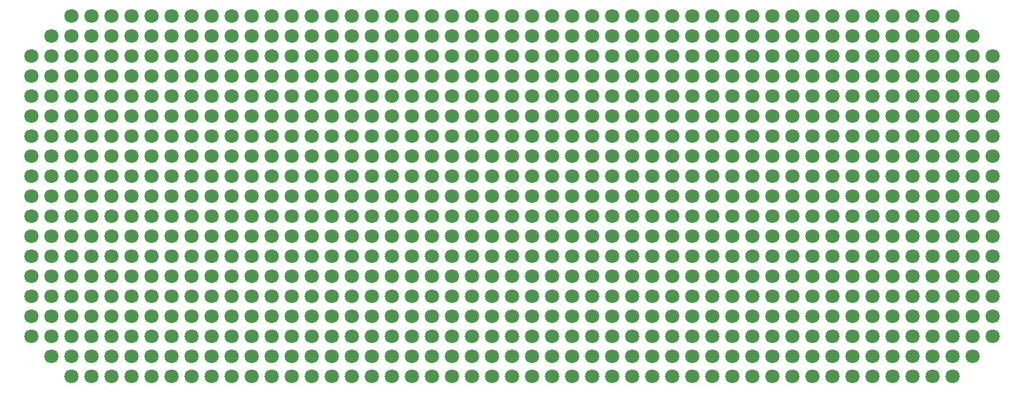
<source format=gbr>
G04 #@! TF.GenerationSoftware,KiCad,Pcbnew,(5.1.5)-3*
G04 #@! TF.CreationDate,2022-12-24T19:01:33+01:00*
G04 #@! TF.ProjectId,SNES controller protoboard,534e4553-2063-46f6-9e74-726f6c6c6572,rev?*
G04 #@! TF.SameCoordinates,Original*
G04 #@! TF.FileFunction,Copper,L1,Top*
G04 #@! TF.FilePolarity,Positive*
%FSLAX46Y46*%
G04 Gerber Fmt 4.6, Leading zero omitted, Abs format (unit mm)*
G04 Created by KiCad (PCBNEW (5.1.5)-3) date 2022-12-24 19:01:33*
%MOMM*%
%LPD*%
G04 APERTURE LIST*
%ADD10C,1.800000*%
G04 APERTURE END LIST*
D10*
X10160000Y-25400000D03*
X10160000Y-22860000D03*
X45720000Y-27940000D03*
X93980000Y-30480000D03*
X93980000Y-10160000D03*
X111760000Y-20320000D03*
X76200000Y-20320000D03*
X60960000Y-27940000D03*
X43180000Y-27940000D03*
X20320000Y-27940000D03*
X20320000Y-12700000D03*
X20320000Y-30480000D03*
X22860000Y-30480000D03*
X20320000Y-33020000D03*
X22860000Y-33020000D03*
X116840000Y-45720000D03*
X114300000Y-45720000D03*
X111760000Y-45720000D03*
X109220000Y-45720000D03*
X106680000Y-45720000D03*
X104140000Y-45720000D03*
X101600000Y-45720000D03*
X99060000Y-45720000D03*
X96520000Y-45720000D03*
X93980000Y-45720000D03*
X91440000Y-45720000D03*
X88900000Y-45720000D03*
X86360000Y-45720000D03*
X83820000Y-45720000D03*
X81280000Y-45720000D03*
X78740000Y-45720000D03*
X76200000Y-45720000D03*
X73660000Y-45720000D03*
X71120000Y-45720000D03*
X68580000Y-45720000D03*
X66040000Y-45720000D03*
X63500000Y-45720000D03*
X60960000Y-45720000D03*
X58420000Y-45720000D03*
X55880000Y-45720000D03*
X53340000Y-45720000D03*
X50800000Y-45720000D03*
X48260000Y-45720000D03*
X45720000Y-45720000D03*
X43180000Y-45720000D03*
X40640000Y-45720000D03*
X38100000Y-45720000D03*
X35560000Y-45720000D03*
X33020000Y-45720000D03*
X30480000Y-45720000D03*
X27940000Y-45720000D03*
X25400000Y-45720000D03*
X22860000Y-45720000D03*
X20320000Y-45720000D03*
X17780000Y-45720000D03*
X15240000Y-45720000D03*
X12700000Y-45720000D03*
X10160000Y-45720000D03*
X7620000Y-45720000D03*
X5080000Y-45720000D03*
X119380000Y-43180000D03*
X116840000Y-43180000D03*
X114300000Y-43180000D03*
X111760000Y-43180000D03*
X109220000Y-43180000D03*
X106680000Y-43180000D03*
X104140000Y-43180000D03*
X101600000Y-43180000D03*
X99060000Y-43180000D03*
X96520000Y-43180000D03*
X93980000Y-43180000D03*
X91440000Y-43180000D03*
X88900000Y-43180000D03*
X86360000Y-43180000D03*
X83820000Y-43180000D03*
X81280000Y-43180000D03*
X78740000Y-43180000D03*
X76200000Y-43180000D03*
X73660000Y-43180000D03*
X71120000Y-43180000D03*
X68580000Y-43180000D03*
X66040000Y-43180000D03*
X63500000Y-43180000D03*
X60960000Y-43180000D03*
X58420000Y-43180000D03*
X55880000Y-43180000D03*
X53340000Y-43180000D03*
X50800000Y-43180000D03*
X48260000Y-43180000D03*
X45720000Y-43180000D03*
X43180000Y-43180000D03*
X40640000Y-43180000D03*
X38100000Y-43180000D03*
X35560000Y-43180000D03*
X33020000Y-43180000D03*
X30480000Y-43180000D03*
X27940000Y-43180000D03*
X25400000Y-43180000D03*
X22860000Y-43180000D03*
X20320000Y-43180000D03*
X17780000Y-43180000D03*
X15240000Y-43180000D03*
X12700000Y-43180000D03*
X10160000Y-43180000D03*
X7620000Y-43180000D03*
X5080000Y-43180000D03*
X2540000Y-43180000D03*
X121920000Y-40640000D03*
X119380000Y-40640000D03*
X116840000Y-40640000D03*
X114300000Y-40640000D03*
X111760000Y-40640000D03*
X109220000Y-40640000D03*
X106680000Y-40640000D03*
X104140000Y-40640000D03*
X101600000Y-40640000D03*
X99060000Y-40640000D03*
X96520000Y-40640000D03*
X93980000Y-40640000D03*
X91440000Y-40640000D03*
X88900000Y-40640000D03*
X86360000Y-40640000D03*
X83820000Y-40640000D03*
X81280000Y-40640000D03*
X78740000Y-40640000D03*
X76200000Y-40640000D03*
X73660000Y-40640000D03*
X71120000Y-40640000D03*
X68580000Y-40640000D03*
X66040000Y-40640000D03*
X63500000Y-40640000D03*
X60960000Y-40640000D03*
X58420000Y-40640000D03*
X55880000Y-40640000D03*
X53340000Y-40640000D03*
X50800000Y-40640000D03*
X48260000Y-40640000D03*
X45720000Y-40640000D03*
X43180000Y-40640000D03*
X40640000Y-40640000D03*
X38100000Y-40640000D03*
X35560000Y-40640000D03*
X33020000Y-40640000D03*
X30480000Y-40640000D03*
X27940000Y-40640000D03*
X25400000Y-40640000D03*
X22860000Y-40640000D03*
X20320000Y-40640000D03*
X17780000Y-40640000D03*
X15240000Y-40640000D03*
X12700000Y-40640000D03*
X10160000Y-40640000D03*
X7620000Y-40640000D03*
X5080000Y-40640000D03*
X2540000Y-40640000D03*
X0Y-40640000D03*
X121920000Y-38100000D03*
X119380000Y-38100000D03*
X116840000Y-38100000D03*
X114300000Y-38100000D03*
X111760000Y-38100000D03*
X109220000Y-38100000D03*
X106680000Y-38100000D03*
X104140000Y-38100000D03*
X101600000Y-38100000D03*
X99060000Y-38100000D03*
X96520000Y-38100000D03*
X93980000Y-38100000D03*
X91440000Y-38100000D03*
X88900000Y-38100000D03*
X86360000Y-38100000D03*
X83820000Y-38100000D03*
X81280000Y-38100000D03*
X78740000Y-38100000D03*
X76200000Y-38100000D03*
X73660000Y-38100000D03*
X71120000Y-38100000D03*
X68580000Y-38100000D03*
X66040000Y-38100000D03*
X63500000Y-38100000D03*
X60960000Y-38100000D03*
X58420000Y-38100000D03*
X55880000Y-38100000D03*
X53340000Y-38100000D03*
X50800000Y-38100000D03*
X48260000Y-38100000D03*
X45720000Y-38100000D03*
X43180000Y-38100000D03*
X40640000Y-38100000D03*
X38100000Y-38100000D03*
X35560000Y-38100000D03*
X33020000Y-38100000D03*
X30480000Y-38100000D03*
X27940000Y-38100000D03*
X25400000Y-38100000D03*
X22860000Y-38100000D03*
X20320000Y-38100000D03*
X17780000Y-38100000D03*
X15240000Y-38100000D03*
X12700000Y-38100000D03*
X10160000Y-38100000D03*
X7620000Y-38100000D03*
X5080000Y-38100000D03*
X2540000Y-38100000D03*
X0Y-38100000D03*
X121920000Y-35560000D03*
X119380000Y-35560000D03*
X116840000Y-35560000D03*
X114300000Y-35560000D03*
X111760000Y-35560000D03*
X109220000Y-35560000D03*
X106680000Y-35560000D03*
X104140000Y-35560000D03*
X101600000Y-35560000D03*
X99060000Y-35560000D03*
X96520000Y-35560000D03*
X93980000Y-35560000D03*
X91440000Y-35560000D03*
X88900000Y-35560000D03*
X86360000Y-35560000D03*
X83820000Y-35560000D03*
X81280000Y-35560000D03*
X78740000Y-35560000D03*
X76200000Y-35560000D03*
X73660000Y-35560000D03*
X71120000Y-35560000D03*
X68580000Y-35560000D03*
X66040000Y-35560000D03*
X63500000Y-35560000D03*
X60960000Y-35560000D03*
X58420000Y-35560000D03*
X55880000Y-35560000D03*
X53340000Y-35560000D03*
X50800000Y-35560000D03*
X48260000Y-35560000D03*
X45720000Y-35560000D03*
X43180000Y-35560000D03*
X40640000Y-35560000D03*
X38100000Y-35560000D03*
X35560000Y-35560000D03*
X33020000Y-35560000D03*
X30480000Y-35560000D03*
X27940000Y-35560000D03*
X25400000Y-35560000D03*
X22860000Y-35560000D03*
X20320000Y-35560000D03*
X17780000Y-35560000D03*
X15240000Y-35560000D03*
X12700000Y-35560000D03*
X10160000Y-35560000D03*
X7620000Y-35560000D03*
X5080000Y-35560000D03*
X2540000Y-35560000D03*
X0Y-35560000D03*
X121920000Y-33020000D03*
X119380000Y-33020000D03*
X116840000Y-33020000D03*
X114300000Y-33020000D03*
X111760000Y-33020000D03*
X109220000Y-33020000D03*
X106680000Y-33020000D03*
X104140000Y-33020000D03*
X101600000Y-33020000D03*
X99060000Y-33020000D03*
X96520000Y-33020000D03*
X93980000Y-33020000D03*
X91440000Y-33020000D03*
X88900000Y-33020000D03*
X86360000Y-33020000D03*
X83820000Y-33020000D03*
X81280000Y-33020000D03*
X78740000Y-33020000D03*
X76200000Y-33020000D03*
X73660000Y-33020000D03*
X71120000Y-33020000D03*
X68580000Y-33020000D03*
X66040000Y-33020000D03*
X63500000Y-33020000D03*
X60960000Y-33020000D03*
X58420000Y-33020000D03*
X55880000Y-33020000D03*
X53340000Y-33020000D03*
X50800000Y-33020000D03*
X48260000Y-33020000D03*
X45720000Y-33020000D03*
X43180000Y-33020000D03*
X40640000Y-33020000D03*
X38100000Y-33020000D03*
X35560000Y-33020000D03*
X33020000Y-33020000D03*
X30480000Y-33020000D03*
X27940000Y-33020000D03*
X25400000Y-33020000D03*
X17780000Y-33020000D03*
X15240000Y-33020000D03*
X12700000Y-33020000D03*
X10160000Y-33020000D03*
X7620000Y-33020000D03*
X5080000Y-33020000D03*
X2540000Y-33020000D03*
X0Y-33020000D03*
X121920000Y-30480000D03*
X119380000Y-30480000D03*
X116840000Y-30480000D03*
X114300000Y-30480000D03*
X111760000Y-30480000D03*
X109220000Y-30480000D03*
X106680000Y-30480000D03*
X104140000Y-30480000D03*
X101600000Y-30480000D03*
X99060000Y-30480000D03*
X96520000Y-30480000D03*
X91440000Y-30480000D03*
X88900000Y-30480000D03*
X86360000Y-30480000D03*
X83820000Y-30480000D03*
X81280000Y-30480000D03*
X78740000Y-30480000D03*
X76200000Y-30480000D03*
X73660000Y-30480000D03*
X71120000Y-30480000D03*
X68580000Y-30480000D03*
X66040000Y-30480000D03*
X63500000Y-30480000D03*
X60960000Y-30480000D03*
X58420000Y-30480000D03*
X55880000Y-30480000D03*
X53340000Y-30480000D03*
X50800000Y-30480000D03*
X48260000Y-30480000D03*
X45720000Y-30480000D03*
X43180000Y-30480000D03*
X40640000Y-30480000D03*
X38100000Y-30480000D03*
X35560000Y-30480000D03*
X33020000Y-30480000D03*
X30480000Y-30480000D03*
X27940000Y-30480000D03*
X25400000Y-30480000D03*
X17780000Y-30480000D03*
X15240000Y-30480000D03*
X12700000Y-30480000D03*
X10160000Y-30480000D03*
X7620000Y-30480000D03*
X5080000Y-30480000D03*
X2540000Y-30480000D03*
X0Y-30480000D03*
X121920000Y-27940000D03*
X119380000Y-27940000D03*
X116840000Y-27940000D03*
X114300000Y-27940000D03*
X111760000Y-27940000D03*
X109220000Y-27940000D03*
X106680000Y-27940000D03*
X104140000Y-27940000D03*
X101600000Y-27940000D03*
X99060000Y-27940000D03*
X96520000Y-27940000D03*
X93980000Y-27940000D03*
X91440000Y-27940000D03*
X88900000Y-27940000D03*
X86360000Y-27940000D03*
X83820000Y-27940000D03*
X81280000Y-27940000D03*
X78740000Y-27940000D03*
X76200000Y-27940000D03*
X73660000Y-27940000D03*
X71120000Y-27940000D03*
X68580000Y-27940000D03*
X66040000Y-27940000D03*
X63500000Y-27940000D03*
X58420000Y-27940000D03*
X55880000Y-27940000D03*
X53340000Y-27940000D03*
X50800000Y-27940000D03*
X48260000Y-27940000D03*
X40640000Y-27940000D03*
X38100000Y-27940000D03*
X35560000Y-27940000D03*
X33020000Y-27940000D03*
X30480000Y-27940000D03*
X27940000Y-27940000D03*
X25400000Y-27940000D03*
X22860000Y-27940000D03*
X17780000Y-27940000D03*
X15240000Y-27940000D03*
X12700000Y-27940000D03*
X10160000Y-27940000D03*
X7620000Y-27940000D03*
X5080000Y-27940000D03*
X2540000Y-27940000D03*
X0Y-27940000D03*
X121920000Y-25400000D03*
X119380000Y-25400000D03*
X116840000Y-25400000D03*
X114300000Y-25400000D03*
X111760000Y-25400000D03*
X109220000Y-25400000D03*
X106680000Y-25400000D03*
X104140000Y-25400000D03*
X101600000Y-25400000D03*
X99060000Y-25400000D03*
X96520000Y-25400000D03*
X93980000Y-25400000D03*
X91440000Y-25400000D03*
X88900000Y-25400000D03*
X86360000Y-25400000D03*
X83820000Y-25400000D03*
X81280000Y-25400000D03*
X78740000Y-25400000D03*
X76200000Y-25400000D03*
X73660000Y-25400000D03*
X71120000Y-25400000D03*
X68580000Y-25400000D03*
X66040000Y-25400000D03*
X63500000Y-25400000D03*
X60960000Y-25400000D03*
X58420000Y-25400000D03*
X55880000Y-25400000D03*
X53340000Y-25400000D03*
X50800000Y-25400000D03*
X48260000Y-25400000D03*
X45720000Y-25400000D03*
X43180000Y-25400000D03*
X40640000Y-25400000D03*
X38100000Y-25400000D03*
X35560000Y-25400000D03*
X33020000Y-25400000D03*
X30480000Y-25400000D03*
X27940000Y-25400000D03*
X25400000Y-25400000D03*
X22860000Y-25400000D03*
X20320000Y-25400000D03*
X17780000Y-25400000D03*
X15240000Y-25400000D03*
X12700000Y-25400000D03*
X7620000Y-25400000D03*
X5080000Y-25400000D03*
X2540000Y-25400000D03*
X0Y-25400000D03*
X121920000Y-22860000D03*
X119380000Y-22860000D03*
X116840000Y-22860000D03*
X114300000Y-22860000D03*
X111760000Y-22860000D03*
X109220000Y-22860000D03*
X106680000Y-22860000D03*
X104140000Y-22860000D03*
X101600000Y-22860000D03*
X99060000Y-22860000D03*
X96520000Y-22860000D03*
X93980000Y-22860000D03*
X91440000Y-22860000D03*
X88900000Y-22860000D03*
X86360000Y-22860000D03*
X83820000Y-22860000D03*
X81280000Y-22860000D03*
X78740000Y-22860000D03*
X76200000Y-22860000D03*
X73660000Y-22860000D03*
X71120000Y-22860000D03*
X68580000Y-22860000D03*
X66040000Y-22860000D03*
X63500000Y-22860000D03*
X60960000Y-22860000D03*
X58420000Y-22860000D03*
X55880000Y-22860000D03*
X53340000Y-22860000D03*
X50800000Y-22860000D03*
X48260000Y-22860000D03*
X45720000Y-22860000D03*
X43180000Y-22860000D03*
X40640000Y-22860000D03*
X38100000Y-22860000D03*
X35560000Y-22860000D03*
X33020000Y-22860000D03*
X30480000Y-22860000D03*
X27940000Y-22860000D03*
X25400000Y-22860000D03*
X22860000Y-22860000D03*
X20320000Y-22860000D03*
X17780000Y-22860000D03*
X15240000Y-22860000D03*
X12700000Y-22860000D03*
X7620000Y-22860000D03*
X5080000Y-22860000D03*
X2540000Y-22860000D03*
X0Y-22860000D03*
X121920000Y-20320000D03*
X119380000Y-20320000D03*
X116840000Y-20320000D03*
X114300000Y-20320000D03*
X109220000Y-20320000D03*
X106680000Y-20320000D03*
X104140000Y-20320000D03*
X101600000Y-20320000D03*
X99060000Y-20320000D03*
X96520000Y-20320000D03*
X93980000Y-20320000D03*
X91440000Y-20320000D03*
X88900000Y-20320000D03*
X86360000Y-20320000D03*
X83820000Y-20320000D03*
X81280000Y-20320000D03*
X78740000Y-20320000D03*
X73660000Y-20320000D03*
X71120000Y-20320000D03*
X68580000Y-20320000D03*
X66040000Y-20320000D03*
X63500000Y-20320000D03*
X60960000Y-20320000D03*
X58420000Y-20320000D03*
X55880000Y-20320000D03*
X53340000Y-20320000D03*
X50800000Y-20320000D03*
X48260000Y-20320000D03*
X45720000Y-20320000D03*
X43180000Y-20320000D03*
X40640000Y-20320000D03*
X38100000Y-20320000D03*
X35560000Y-20320000D03*
X33020000Y-20320000D03*
X30480000Y-20320000D03*
X27940000Y-20320000D03*
X25400000Y-20320000D03*
X22860000Y-20320000D03*
X20320000Y-20320000D03*
X17780000Y-20320000D03*
X15240000Y-20320000D03*
X12700000Y-20320000D03*
X10160000Y-20320000D03*
X7620000Y-20320000D03*
X5080000Y-20320000D03*
X2540000Y-20320000D03*
X0Y-20320000D03*
X121920000Y-17780000D03*
X119380000Y-17780000D03*
X116840000Y-17780000D03*
X114300000Y-17780000D03*
X111760000Y-17780000D03*
X109220000Y-17780000D03*
X106680000Y-17780000D03*
X104140000Y-17780000D03*
X101600000Y-17780000D03*
X99060000Y-17780000D03*
X96520000Y-17780000D03*
X93980000Y-17780000D03*
X91440000Y-17780000D03*
X88900000Y-17780000D03*
X86360000Y-17780000D03*
X83820000Y-17780000D03*
X81280000Y-17780000D03*
X78740000Y-17780000D03*
X76200000Y-17780000D03*
X73660000Y-17780000D03*
X71120000Y-17780000D03*
X68580000Y-17780000D03*
X66040000Y-17780000D03*
X63500000Y-17780000D03*
X60960000Y-17780000D03*
X58420000Y-17780000D03*
X55880000Y-17780000D03*
X53340000Y-17780000D03*
X50800000Y-17780000D03*
X48260000Y-17780000D03*
X45720000Y-17780000D03*
X43180000Y-17780000D03*
X40640000Y-17780000D03*
X38100000Y-17780000D03*
X35560000Y-17780000D03*
X33020000Y-17780000D03*
X30480000Y-17780000D03*
X27940000Y-17780000D03*
X25400000Y-17780000D03*
X22860000Y-17780000D03*
X20320000Y-17780000D03*
X17780000Y-17780000D03*
X15240000Y-17780000D03*
X12700000Y-17780000D03*
X10160000Y-17780000D03*
X7620000Y-17780000D03*
X5080000Y-17780000D03*
X2540000Y-17780000D03*
X0Y-17780000D03*
X121920000Y-15240000D03*
X119380000Y-15240000D03*
X116840000Y-15240000D03*
X114300000Y-15240000D03*
X111760000Y-15240000D03*
X109220000Y-15240000D03*
X106680000Y-15240000D03*
X104140000Y-15240000D03*
X101600000Y-15240000D03*
X99060000Y-15240000D03*
X96520000Y-15240000D03*
X93980000Y-15240000D03*
X91440000Y-15240000D03*
X88900000Y-15240000D03*
X86360000Y-15240000D03*
X83820000Y-15240000D03*
X81280000Y-15240000D03*
X78740000Y-15240000D03*
X76200000Y-15240000D03*
X73660000Y-15240000D03*
X71120000Y-15240000D03*
X68580000Y-15240000D03*
X66040000Y-15240000D03*
X63500000Y-15240000D03*
X60960000Y-15240000D03*
X58420000Y-15240000D03*
X55880000Y-15240000D03*
X53340000Y-15240000D03*
X50800000Y-15240000D03*
X48260000Y-15240000D03*
X45720000Y-15240000D03*
X43180000Y-15240000D03*
X40640000Y-15240000D03*
X38100000Y-15240000D03*
X35560000Y-15240000D03*
X33020000Y-15240000D03*
X30480000Y-15240000D03*
X27940000Y-15240000D03*
X25400000Y-15240000D03*
X22860000Y-15240000D03*
X20320000Y-15240000D03*
X17780000Y-15240000D03*
X15240000Y-15240000D03*
X12700000Y-15240000D03*
X10160000Y-15240000D03*
X7620000Y-15240000D03*
X5080000Y-15240000D03*
X2540000Y-15240000D03*
X0Y-15240000D03*
X121920000Y-12700000D03*
X119380000Y-12700000D03*
X116840000Y-12700000D03*
X114300000Y-12700000D03*
X111760000Y-12700000D03*
X109220000Y-12700000D03*
X106680000Y-12700000D03*
X104140000Y-12700000D03*
X101600000Y-12700000D03*
X99060000Y-12700000D03*
X96520000Y-12700000D03*
X93980000Y-12700000D03*
X91440000Y-12700000D03*
X88900000Y-12700000D03*
X86360000Y-12700000D03*
X83820000Y-12700000D03*
X81280000Y-12700000D03*
X78740000Y-12700000D03*
X76200000Y-12700000D03*
X73660000Y-12700000D03*
X71120000Y-12700000D03*
X68580000Y-12700000D03*
X66040000Y-12700000D03*
X63500000Y-12700000D03*
X60960000Y-12700000D03*
X58420000Y-12700000D03*
X55880000Y-12700000D03*
X53340000Y-12700000D03*
X50800000Y-12700000D03*
X48260000Y-12700000D03*
X45720000Y-12700000D03*
X43180000Y-12700000D03*
X40640000Y-12700000D03*
X38100000Y-12700000D03*
X35560000Y-12700000D03*
X33020000Y-12700000D03*
X30480000Y-12700000D03*
X27940000Y-12700000D03*
X25400000Y-12700000D03*
X22860000Y-12700000D03*
X17780000Y-12700000D03*
X15240000Y-12700000D03*
X12700000Y-12700000D03*
X10160000Y-12700000D03*
X7620000Y-12700000D03*
X5080000Y-12700000D03*
X2540000Y-12700000D03*
X0Y-12700000D03*
X121920000Y-10160000D03*
X119380000Y-10160000D03*
X116840000Y-10160000D03*
X114300000Y-10160000D03*
X111760000Y-10160000D03*
X109220000Y-10160000D03*
X106680000Y-10160000D03*
X104140000Y-10160000D03*
X101600000Y-10160000D03*
X99060000Y-10160000D03*
X96520000Y-10160000D03*
X91440000Y-10160000D03*
X88900000Y-10160000D03*
X86360000Y-10160000D03*
X83820000Y-10160000D03*
X81280000Y-10160000D03*
X78740000Y-10160000D03*
X76200000Y-10160000D03*
X73660000Y-10160000D03*
X71120000Y-10160000D03*
X68580000Y-10160000D03*
X66040000Y-10160000D03*
X63500000Y-10160000D03*
X60960000Y-10160000D03*
X58420000Y-10160000D03*
X55880000Y-10160000D03*
X53340000Y-10160000D03*
X50800000Y-10160000D03*
X48260000Y-10160000D03*
X45720000Y-10160000D03*
X43180000Y-10160000D03*
X40640000Y-10160000D03*
X38100000Y-10160000D03*
X35560000Y-10160000D03*
X33020000Y-10160000D03*
X30480000Y-10160000D03*
X27940000Y-10160000D03*
X25400000Y-10160000D03*
X22860000Y-10160000D03*
X20320000Y-10160000D03*
X17780000Y-10160000D03*
X15240000Y-10160000D03*
X12700000Y-10160000D03*
X10160000Y-10160000D03*
X7620000Y-10160000D03*
X5080000Y-10160000D03*
X2540000Y-10160000D03*
X0Y-10160000D03*
X121920000Y-7620000D03*
X119380000Y-7620000D03*
X116840000Y-7620000D03*
X114300000Y-7620000D03*
X111760000Y-7620000D03*
X109220000Y-7620000D03*
X106680000Y-7620000D03*
X104140000Y-7620000D03*
X101600000Y-7620000D03*
X99060000Y-7620000D03*
X96520000Y-7620000D03*
X93980000Y-7620000D03*
X91440000Y-7620000D03*
X88900000Y-7620000D03*
X86360000Y-7620000D03*
X83820000Y-7620000D03*
X81280000Y-7620000D03*
X78740000Y-7620000D03*
X76200000Y-7620000D03*
X73660000Y-7620000D03*
X71120000Y-7620000D03*
X68580000Y-7620000D03*
X66040000Y-7620000D03*
X63500000Y-7620000D03*
X60960000Y-7620000D03*
X58420000Y-7620000D03*
X55880000Y-7620000D03*
X53340000Y-7620000D03*
X50800000Y-7620000D03*
X48260000Y-7620000D03*
X45720000Y-7620000D03*
X43180000Y-7620000D03*
X40640000Y-7620000D03*
X38100000Y-7620000D03*
X35560000Y-7620000D03*
X33020000Y-7620000D03*
X30480000Y-7620000D03*
X27940000Y-7620000D03*
X25400000Y-7620000D03*
X22860000Y-7620000D03*
X20320000Y-7620000D03*
X17780000Y-7620000D03*
X15240000Y-7620000D03*
X12700000Y-7620000D03*
X10160000Y-7620000D03*
X7620000Y-7620000D03*
X5080000Y-7620000D03*
X2540000Y-7620000D03*
X0Y-7620000D03*
X121920000Y-5080000D03*
X119380000Y-5080000D03*
X116840000Y-5080000D03*
X114300000Y-5080000D03*
X111760000Y-5080000D03*
X109220000Y-5080000D03*
X106680000Y-5080000D03*
X104140000Y-5080000D03*
X101600000Y-5080000D03*
X99060000Y-5080000D03*
X96520000Y-5080000D03*
X93980000Y-5080000D03*
X91440000Y-5080000D03*
X88900000Y-5080000D03*
X86360000Y-5080000D03*
X83820000Y-5080000D03*
X81280000Y-5080000D03*
X78740000Y-5080000D03*
X76200000Y-5080000D03*
X73660000Y-5080000D03*
X71120000Y-5080000D03*
X68580000Y-5080000D03*
X66040000Y-5080000D03*
X63500000Y-5080000D03*
X60960000Y-5080000D03*
X58420000Y-5080000D03*
X55880000Y-5080000D03*
X53340000Y-5080000D03*
X50800000Y-5080000D03*
X48260000Y-5080000D03*
X45720000Y-5080000D03*
X43180000Y-5080000D03*
X40640000Y-5080000D03*
X38100000Y-5080000D03*
X35560000Y-5080000D03*
X33020000Y-5080000D03*
X30480000Y-5080000D03*
X27940000Y-5080000D03*
X25400000Y-5080000D03*
X22860000Y-5080000D03*
X20320000Y-5080000D03*
X17780000Y-5080000D03*
X15240000Y-5080000D03*
X12700000Y-5080000D03*
X10160000Y-5080000D03*
X7620000Y-5080000D03*
X5080000Y-5080000D03*
X2540000Y-5080000D03*
X0Y-5080000D03*
X119380000Y-2540000D03*
X116840000Y-2540000D03*
X114300000Y-2540000D03*
X111760000Y-2540000D03*
X109220000Y-2540000D03*
X106680000Y-2540000D03*
X104140000Y-2540000D03*
X101600000Y-2540000D03*
X99060000Y-2540000D03*
X96520000Y-2540000D03*
X93980000Y-2540000D03*
X91440000Y-2540000D03*
X88900000Y-2540000D03*
X86360000Y-2540000D03*
X83820000Y-2540000D03*
X81280000Y-2540000D03*
X78740000Y-2540000D03*
X76200000Y-2540000D03*
X73660000Y-2540000D03*
X71120000Y-2540000D03*
X68580000Y-2540000D03*
X66040000Y-2540000D03*
X63500000Y-2540000D03*
X60960000Y-2540000D03*
X58420000Y-2540000D03*
X55880000Y-2540000D03*
X53340000Y-2540000D03*
X50800000Y-2540000D03*
X48260000Y-2540000D03*
X45720000Y-2540000D03*
X43180000Y-2540000D03*
X40640000Y-2540000D03*
X38100000Y-2540000D03*
X35560000Y-2540000D03*
X33020000Y-2540000D03*
X30480000Y-2540000D03*
X27940000Y-2540000D03*
X25400000Y-2540000D03*
X22860000Y-2540000D03*
X20320000Y-2540000D03*
X17780000Y-2540000D03*
X15240000Y-2540000D03*
X12700000Y-2540000D03*
X10160000Y-2540000D03*
X7620000Y-2540000D03*
X5080000Y-2540000D03*
X2540000Y-2540000D03*
X116840000Y0D03*
X114300000Y0D03*
X111760000Y0D03*
X109220000Y0D03*
X106680000Y0D03*
X104140000Y0D03*
X101600000Y0D03*
X99060000Y0D03*
X96520000Y0D03*
X93980000Y0D03*
X91440000Y0D03*
X88900000Y0D03*
X86360000Y0D03*
X83820000Y0D03*
X81280000Y0D03*
X78740000Y0D03*
X76200000Y0D03*
X73660000Y0D03*
X71120000Y0D03*
X68580000Y0D03*
X66040000Y0D03*
X63500000Y0D03*
X60960000Y0D03*
X58420000Y0D03*
X55880000Y0D03*
X53340000Y0D03*
X50800000Y0D03*
X48260000Y0D03*
X45720000Y0D03*
X43180000Y0D03*
X40640000Y0D03*
X38100000Y0D03*
X35560000Y0D03*
X33020000Y0D03*
X30480000Y0D03*
X27940000Y0D03*
X25400000Y0D03*
X22860000Y0D03*
X20320000Y0D03*
X17780000Y0D03*
X15240000Y0D03*
X12700000Y0D03*
X10160000Y0D03*
X7620000Y0D03*
X5080000Y0D03*
M02*

</source>
